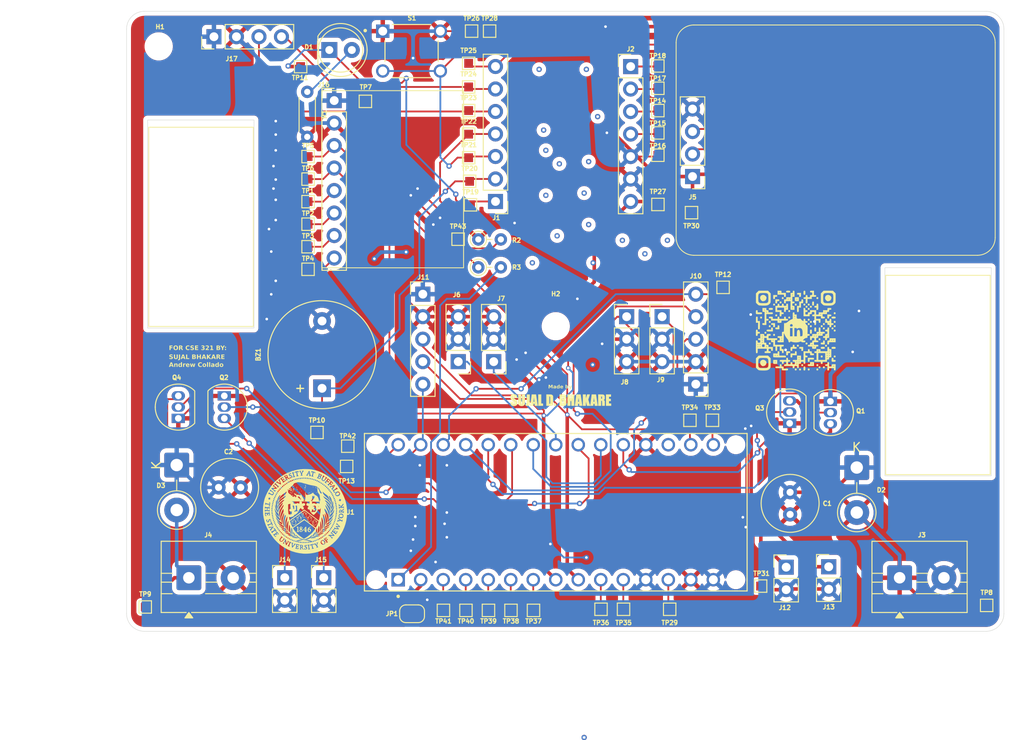
<source format=kicad_pcb>
(kicad_pcb (version 20241229) (generator "pcbnew") (generator_version "9.0")
  (layers (0 "F.Cu" signal) (2 "B.Cu" signal) (13 "F.Paste" user) (15 "B.Paste" user) (5 "F.SilkS" user "F.Silkscreen") (7 "B.SilkS" user "B.Silkscreen") (1 "F.Mask" user) (3 "B.Mask" user) (25 "Edge.Cuts" user))
  (net 0 "")
  (net 1 "GND")
  (net 2 "5V_RAW")
  (net 3 "3V3_RAW")
  (net 4 "D3")
  (net 5 "D1")
  (net 6 "D0")
  (net 7 "SCL_ESP")
  (net 8 "D2")
  (net 9 "TX_ESP")
  (net 10 "SDA_ESP")
  (net 11 "RX_ESP")
  (net 12 "D10")
  (net 13 "D9")
  (net 14 "D8")
  (net 15 "3V3")
  (net 16 "5V")
  (net 17 "PWM1")
  (net 18 "PWM2")
  (net 19 "PWM3")
  (net 20 "PWM4")
  (net 21 "SDA_NANO")
  (net 22 "SCL_NANO")
  (net 23 "XSHUT0")
  (net 24 "XSHUT1")
  (net 25 "Net-(J16-Pin_5)")
  (net 26 "Net-(J16-Pin_8)")
  (net 27 "Net-(J16-Pin_6)")
  (net 28 "Net-(J16-Pin_7)")
  (net 29 "Net-(D1-A)")
  (net 30 "Net-(J12-Pin_1)")
  (net 31 "Net-(J13-Pin_1)")
  (net 32 "Net-(J14-Pin_1)")
  (net 33 "Net-(J15-Pin_1)")
  (net 34 "H_4")
  (net 35 "H_2")
  (net 36 "H_1")
  (net 37 "H_3")
  (net 38 "D_13")
  (net 39 "Net-(JP1-A)")
  (net 40 "Net-(U1-TX)")
  (net 41 "Net-(U1-RX)")
  (net 42 "Net-(U1-A7)")
  (net 43 "Net-(U1-A6)")
  (net 44 "Net-(U1-A3)")
  (net 45 "Net-(U1-A2)")
  (net 46 "Net-(U1-A1)")
  (net 47 "Net-(U1-A0{slash}DAC0)")
  (net 48 "Net-(U1-AREF)")
  (net 49 "Net-(TP29-Pad1)")
  (net 50 "Net-(U1-D12{slash}MISO)")
  (footprint "TestPoint:TestPoint_Pad_1.0x1.0mm" (layer "F.Cu") (at 136.518971 129.3876)
    (property "Reference" "TP39")
    (property "Value" "TestPoint")
  )
  (footprint "MountingHole:MountingHole_2.7mm_M2.5" (layer "F.Cu") (at 99.311971 65.7046)
    (property "Reference" "H1")
    (property "Value" "MountingHole")
  )
  (footprint "TestPoint:TestPoint_Pad_1.0x1.0mm" (layer "F.Cu") (at 155.631971 70.4346)
    (property "Reference" "TP17")
    (property "Value" "TestPoint")
  )
  (footprint "Logos:NAME" (layer "F.Cu") (at 144.653 105.664)
    (property "Reference" "G***" (hide yes))
    (property "Value" "LOGO" (hide yes))
  )
  (footprint "Package_TO_SOT_THT:TO-92_Inline" (layer "F.Cu") (at 175.101971 105.7846 -90)
    (property "Reference" "Q1")
    (property "Value" "2N7000")
  )
  (footprint "TestPoint:TestPoint_Pad_1.0x1.0mm" (layer "F.Cu") (at 134.281971 70.287933)
    (property "Reference" "TP24")
    (property "Value" "TestPoint")
  )
  (footprint "TestPoint:TestPoint_Pad_1.0x1.0mm" (layer "F.Cu") (at 155.631971 72.9546)
    (property "Reference" "TP14")
    (property "Value" "TestPoint")
  )
  (footprint "MountingHole:MountingHole_2.7mm_M2.5" (layer "F.Cu") (at 144.111971 97.3046)
    (property "Reference" "H2")
    (property "Value" "MountingHole")
  )
  (footprint "MountingHole:MountingHole_8.4mm_M8_Pad_TopOnly" (layer "F.Cu") (at 81.651971 92.6946 -90)
    (property "Reference" "M1" (hide yes))
    (property "Value" "Motor_Servo" (hide yes))
  )
  (footprint "Package_TO_SOT_THT:TO-92_Inline" (layer "F.Cu") (at 101.521971 107.7046 90)
    (property "Reference" "Q4")
    (property "Value" "2N7000")
  )
  (footprint "TestPoint:TestPoint_Pad_1.0x1.0mm" (layer "F.Cu") (at 156.965971 129.2606)
    (property "Reference" "TP29")
    (property "Value" "TestPoint")
  )
  (footprint "TestPoint:TestPoint_Pad_1.0x1.0mm" (layer "F.Cu") (at 133.978971 129.3876)
    (property "Reference" "TP40")
    (property "Value" "TestPoint")
  )
  (footprint "Diode_THT:D_5W_P5.08mm_Vertical_KathodeUp" (layer "F.Cu") (at 178.075971 113.2586 -90)
    (property "Reference" "D2")
    (property "Value" "D_Schottky")
  )
  (footprint "Resistor_THT:R_Axial_DIN0204_L3.6mm_D1.6mm_P5.08mm_Horizontal" (layer "F.Cu") (at 116.071971 70.8406 -90)
    (property "Reference" "R1")
    (property "Value" "330 ohm")
  )
  (footprint "TestPoint:TestPoint_Pad_1.0x1.0mm" (layer "F.Cu") (at 151.758971 129.2606)
    (property "Reference" "TP35")
    (property "Value" "TestPoint")
  )
  (footprint "TerminalBlock:TerminalBlock_MaiXu_MX126-5.0-02P_1x02_P5.00mm" (layer "F.Cu") (at 182.911971 125.7046)
    (property "Reference" "J3")
    (property "Value" "Screw_Terminal_01x02")
  )
  (footprint "TestPoint:TestPoint_Pad_1.0x1.0mm" (layer "F.Cu") (at 155.631971 77.9946)
    (property "Reference" "TP16")
    (property "Value" "TestPoint")
  )
  (footprint "Tactile button:SW_1825967-2" (layer "F.Cu") (at 127.841971 66.2346)
    (property "Reference" "S1")
    (property "Value" "1825967-2")
  )
  (footprint "Buzzer_Beeper:Buzzer_12x9.5RM7.6" (layer "F.Cu") (at 117.741971 104.3146 90)
    (property "Reference" "BZ1")
    (property "Value" "Buzzer")
  )
  (footprint "TestPoint:TestPoint_Pad_1.0x1.0mm" (layer "F.Cu") (at 162.991971 92.9146)
    (property "Reference" "TP12")
    (property "Value" "TestPoint")
  )
  (footprint "TestPoint:TestPoint_Pad_1.0x1.0mm" (layer "F.Cu") (at 117.171971 109.2946)
    (property "Reference" "TP10")
    (property "Value" "TestPoint")
  )
  (footprint "Diode_THT:D_5W_P5.08mm_Vertical_KathodeUp" (layer "F.Cu") (at 101.339971 112.97865 -90)
    (property "Reference" "D3")
    (property "Value" "D_Schottky")
  )
  (footprint "TestPoint:TestPoint_Pad_1.0x1.0mm" (layer "F.Cu") (at 141.598971 129.3876)
    (property "Reference" "TP37")
    (property "Value" "TestPoint")
  )
  (footprint "Nano ABX00028:MODULE_ABX00028" (layer "F.Cu") (at 144.111971 118.3046)
    (property "Reference" "U1")
    (property "Value" "ABX00028")
  )
  (footprint "TestPoint:TestPoint_Pad_1.0x1.0mm" (layer "F.Cu") (at 161.791971 107.9246)
    (property "Reference" "TP33")
    (property "Value" "TestPoint")
  )
  (footprint "Connector_PinHeader_2.54mm:PinHeader_1x07_P2.54mm_Vertical" (layer "F.Cu") (at 152.561971 67.9846)
    (property "Reference" "J2")
    (property "Value" "Conn_01x07_Socket")
  )
  (footprint "Connector_PinHeader_2.54mm:PinHeader_1x02_P2.54mm_Vertical" (layer "F.Cu") (at 113.531971 125.6996)
    (property "Reference" "J14")
    (property "Value" "Conn_01x02_Pin")
  )
  (footprint "TestPoint:TestPoint_Pad_1.0x1.0mm" (layer "F.Cu") (at 97.791971 129.0046)
    (property "Reference" "TP9")
    (property "Value" "TestPoint")
  )
  (footprint "TestPoint:TestPoint_Pad_1.0x1.0mm" (layer "F.Cu") (at 192.731971 128.8246)
    (property "Reference" "TP8")
    (property "Value" "TestPoint")
  )
  (footprint "Connector_PinHeader_2.54mm:PinHeader_1x08_P2.54mm_Vertical" (layer "F.Cu") (at 119.111971 71.8246)
    (property "Reference" "J16")
    (property "Value" "Conn_01x08_Socket")
  )
  (footprint "Connector_PinHeader_2.54mm:PinHeader_1x03_P2.54mm_Vertical" (layer "F.Cu") (at 137.111971 101.3046 180)
    (property "Reference" "J7")
    (property "Value" "Conn_01x03_Pin")
  )
  (footprint "TestPoint:TestPoint_Pad_1.0x1.0mm" (layer "F.Cu") (at 134.491971 83.5946)
    (property "Reference" "TP19")
    (property "Value" "TestPoint")
  )
  (footprint "Connector_PinHeader_2.54mm:PinHeader_1x04_P2.54mm_Vertical" (layer "F.Cu") (at 105.541971 64.6146 90)
    (property "Reference" "J17")
    (property "Value" "Conn_01x04_Socket")
  )
  (footprint "TestPoint:TestPoint_Pad_1.0x1.0mm" (layer "F.Cu") (at 116.161971 88.3286)
    (property "Reference" "TP3")
    (property "Value" "TestPoint")
  )
  (footprint "TestPoint:TestPoint_Pad_1.0x1.0mm" (layer "F.Cu") (at 134.391971 80.941267)
    (property "Reference" "TP20")
    (property "Value" "TestPoint")
  )
  (footprint "TestPoint:TestPoint_Pad_1.0x1.0mm" (layer "F.Cu") (at 134.281971 72.951267)
    (property "Reference" "TP23")
    (property "Value" "TestPoint")
  )
  (footprint "Logos:linkedin" (layer "F.Cu") (at 171.196 97.79)
    (property "Reference" "G***" (hide yes))
    (property "Value" "LOGO" (hide yes))
  )
  (footprint "TestPoint:TestPoint_Pad_1.0x1.0mm" (layer "F.Cu") (at 155.631971 67.9146)
    (property "Reference" "TP18")
    (property "Value" "TestPoint")
  )
  (footprint "TestPoint:TestPoint_Pad_1.0x1.0mm" (layer "F.Cu") (at 159.251971 107.9246)
    (property "Reference" "TP34")
    (property "Value" "TestPoint")
  )
  (footprint "TestPoint:TestPoint_Pad_1.0x1.0mm" (layer "F.Cu") (at 136.645971 63.9826)
    (property "Reference" "TP28")
    (property "Value" "TestPoint")
  )
  (footprint "LED_THT:LED_D5.0mm" (layer "F.Cu") (at 118.561971 66.1146)
    (property "Reference" "D1")
    (property "Value" "LED")
  )
  (footprint "Connector_PinHeader_2.54mm:PinHeader_1x07_P2.54mm_Vertical" (layer "F.Cu") (at 137.311971 83.2166 180)
    (property "Reference" "J1")
    (property "Value" "Conn_01x07_Socket")
  )
  (footprint "TestPoint:TestPoint_Pad_1.0x1.0mm" (layer "F.Cu") (at 155.641971 83.5546)
    (property "Reference" "TP27")
    (property "Value" "TestPoint")
  )
  (footprint "TestPoint:TestPoint_Pad_1.0x1.0mm" (layer "F.Cu") (at 167.227571 126.6444)
    (property "Reference" "TP31")
    (property "Value" "TestPoint")
  )
  (footprint "TestPoint:TestPoint_Pad_1.0x1.0mm" (layer "F.Cu") (at 134.281971 67.6246)
    (property "Reference" "TP25")
    (property "Value" "TestPoint")
  )
  (footprint "Resistor_THT:R_Axial_DIN0204_L3.6mm_D1.6mm_P2.54mm_Vertical" (layer "F.Cu") (at 135.375971 87.5026)
    (property "Reference" "R2")
    (property "Value" "R")
  )
  (footprint "Resistor_THT:R_Axial_DIN0204_L3.6mm_D1.6mm_P2.54mm_Vertical" (layer "F.Cu") (at 135.375971 90.6526)
    (property "Reference" "R3")
    (property "Value" "R")
  )
  (footprint "Connector_PinHeader_2.54mm:PinHeader_1x02_P2.54mm_Vertical" (layer "F.Cu") (at 117.931971 125.6996)
    (property "Reference" "J15")
    (property "Value" "Conn_01x02_Pin")
  )
  (footprint "TestPoint:TestPoint_Pad_1.0x1.0mm" (layer "F.Cu") (at 139.058971 129.3876)
    (property "Reference" "TP38")
    (property "Value" "TestPoint")
  )
  (footprint "TestPoint:TestPoint_Pad_1.0x1.0mm" (layer "F.Cu") (at 116.161971 80.6906)
    (property "Reference" "TP6")
    (property "Value" "TestPoint")
  )
  (footprint "TestPoint:TestPoint_Pad_1.0x1.0mm" (layer "F.Cu") (at 120.516971 113.1316)
    (property "Reference" "TP13")
    (property "Value" "TestPoint")
  )
  (footprint "TestPoint:TestPoint_Pad_1.0x1.0mm" (layer "F.Cu") (at 155.631971 75.4746)
    (property "Reference" "TP15")
    (property "Value" "TestPoint")
  )
  (footprint "TestPoint:TestPoint_Pad_1.0x1.0mm" (layer "F.Cu") (at 120.643971 110.8456)
    (property "Reference" "TP42")
    (property "Value" "TestPoint")
  )
  (footprint "Connector_PinHeader_2.54mm:PinHeader_1x03_P2.54mm_Vertical" (layer "F.Cu") (at 133.111971 101.3046 180)
    (property "Reference" "J6")
    (property "Value" "Conn_01x03_Pin")
  )
  (footprint "TestPoint:TestPoint_Pad_1.0x1.0mm" (layer "F.Cu") (at 133.089971 87.4776)
    (property "Reference" "TP43")
    (property "Value" "TestPoint")
  )
  (footprint "TestPoint:TestPoint_Pad_1.0x1.0mm" (layer "F.Cu") (at 159.429771 84.4804)
    (property "Reference" "TP30")
    (property "Value" "TestPoint")
  )
  (footprint "TestPoint:TestPoint_Pad_1.0x1.0mm" (layer "F.Cu") (at 134.281971 78.277933)
    (property "Reference" "TP21")
    (property "Value" "TestPoint")
  )
  (footprint "TestPoint:TestPoint_Pad_1.0x1.0mm" (layer "F.Cu") (at 134.281971 75.6146)
    (property "Reference" "TP22")
    (property "Value" "TestPoint")
  )
  (footprint "Connector_PinHeader_2.54mm:PinHeader_1x03_P2.54mm_Vertical" (layer "F.Cu") (at 156.111971 96.2246)
    (property "Reference" "J9")
    (property "Value" "Conn_01x03_Pin")
  )
  (footprint "TestPoint:TestPoint_Pad_1.0x1.0mm" (layer "F.Cu") (at 131.438971 129.3876)
    (property "Reference" "TP41")
    (property "Value" "TestPoint")
  )
  (footprint "Connector_PinHeader_2.54mm:PinHeader_1x05_P2.54mm_Vertical" (layer "F.Cu") (at 129.111971 93.6846)
    (property "Reference" "J11")
    (property "Value" "Conn_01x05_Pin")
  )
  (footprint "MountingHole:MountingHole_8.4mm_M8_Pad_TopOnly" (layer "F.Cu") (at 164.801971 109.4146 -90)
    (property "Reference" "M1" (hide yes))
    (property "Value" "Motor_Servo" (hide yes))
  )
  (footprint "TestPoint:TestPoint_Pad_1.0x1.0mm" (layer "F.Cu") (at 149.218971 129.2606)
    (property "Reference" "TP36")
    (property "Value" "TestPoint")
  )
  (footprint "TestPoint:TestPoint_Pad_1.0x1.0mm" (layer "F.Cu") (at 116.161971 90.8746)
    (property "Reference" "TP4")
    (property "Value" "TestPoint")
  )
  (footprint "TestPoint:TestPoint_Pad_1.0x1.0mm" (layer "F.Cu") (at 116.161971 83.2366)
    (property "Reference" "TP1")
    (property "Value" "TestPoint")
  )
  (footprint "TestPoint:TestPoint_Pad_1.0x1.0mm" (layer "F.Cu") (at 116.161971 85.7826)
    (property "Reference" "TP2")
    (property "Value" "TestPoint")
  )
  (footprint "Package_TO_SOT_THT:TO-92_Inline" (layer "F.Cu") (at 170.501971 108.2646 90)
    (property "Reference" "Q3")
    (property "Value" "2N7000")
  )
  (footprint "TestPoint:TestPoint_Pad_1.0x1.0mm" (layer "F.Cu") (at 115.321971 67.9846)
    (property "Reference" "TP11")
    (property "Value" "TestPoint")
  )
  (footprint "TerminalBlock:TerminalBlock_MaiXu_MX126-5.0-02P_1x02_P5.00mm" (layer "F.Cu") (at 102.711971 125.7046)
    (property "Reference" "J4")
    (property "Value" "Screw_Terminal_01x02")
  )
  (footprint "Capacitor_THT:C_Radial_D6.3mm_H11.0mm_P2.50mm" (layer "F.Cu") (at 106.061971 115.5046)
    (property "Reference" "C2")
    (property "Value" "C_US")
  )
  (footprint "TestPoint:TestPoint_Pad_1.0x1.0mm" (layer "F.Cu") (at 134.613971 63.9826)
    (property "Reference" "TP26")
    (property "Value" "TestPoint")
  )
  (footprint "Capacitor_THT:C_Radial_D6.3mm_H5.0mm_P2.50mm" (layer "F.Cu") (at 170.554971 116.0526 -90)
    (property "Reference" "C1")
    (property "Value" "C_US")
  )
  (footprint "Connector_PinHeader_2.54mm:PinHeader_1x03_P2.54mm_Vertical" (layer "F.Cu") (at 152.111971 96.2246)
    (property "Reference" "J8")
    (property "Value" "Conn_01x03_Pin")
  )
  (footprint "TestPoint:TestPoint_Pad_1.0x1.0mm" (layer "F.Cu") (at 116.161971 78.1446)
    (property "Reference" "TP5")
    (property "Value" "TestPoint")
  )
  (footprint "Jumper:SolderJumper-2_P1.3mm_Open_RoundedPad1.0x1.5mm" (layer "F.Cu") (at 127.897971 129.7686)
    (property "Reference" "JP1")
    (property "Value" "SolderJumper_2_Open")
  )
  (footprint "Logos:small_straight" (layer "F.Cu") (at 115.7224 118.0338)
    (property "Reference" "G***")
    (property "Value" "LOGO" (hide yes))
  )
  (footprint "Connector_PinHeader_2.54mm:PinHeader_1x02_P2.54mm_Vertical" (layer "F.Cu") (at 174.911971 124.4621)
    (property "Reference" "J13")
    (property "Value" "Conn_01x02_Pin")
  )
  (footprint "TestPoint:TestPoint_Pad_1.0x1.0mm" (layer "F.Cu") (at 122.631971 71.9146)
    (property "Reference" "TP7")
    (property "Value" "TestPoint")
  )
  (footprint "Package_TO_SOT_THT:TO-92_Inline" (layer "F.Cu") (at 106.711971 105.1646 -90)
    (property "Reference" "Q2")
    (property "Value" "2N7000")
  )
  (footprint "Connector_PinHeader_2.54mm:PinHeader_1x02_P2.54mm_Vertical" (layer "F.Cu") (at 170.111971 124.5108)
    (property "Reference" "J12")
    (property "Value" "Conn_01x02_Pin")
  )
  (footprint "Connector_PinHeader_2.54mm:PinHeader_1x05_P2.54mm_Vertical" (layer "F.Cu") (at 159.911971 103.8446 180)
    (property "Reference" "J10")
    (property "Value" "Conn_01x05_Pin")
  )
  (footprint "Connector_PinHeader_2.54mm:PinHeader_1x04_P2.54mm_Vertical" (layer "F.Cu") (at 159.545757 80.400386 180)
    (property "Reference" "J5")
    (property "Value" "Conn_01x04_Socket")
  )
  (gr_arc (start 159.697757 89.290386) (mid 158.283557 88.704594) (end 157.697757 87.290386) (stroke (width 0.1)) (layer "F.SilkS"))
  (gr_line (start 191.697757 89.290386) (end 159.697757 89.290386) (stroke (width 0.1)) (layer "F.SilkS"))
  (gr_line (start 157.697757 87.290386) (end 157.697757 65.290386) (stroke (width 0.1)) (layer "F.SilkS"))
  (gr_rect (start 117.711971 70.7046) (end 133.711971 90.7046) (stroke (width 0.1)) (fill no) (layer "F.SilkS"))
  (gr_arc (start 157.697757 65.290386) (mid 158.283548 63.876177) (end 159.697757 63.290386) (stroke (width 0.1)) (layer "F.SilkS"))
  (gr_arc (start 191.697757 63.290386) (mid 193.111985 63.876167) (end 193.697757 65.290386) (stroke (width 0.1)) (layer "F.SilkS"))
  (gr_line (start 193.697757 65.290386) (end 193.697757 87.290386) (stroke (width 0.1)) (layer "F.SilkS"))
  (gr_arc (start 193.697757 87.290386) (mid 193.111975 88.704604) (end 191.697757 89.290386) (stroke (width 0.1)) (layer "F.SilkS"))
  (gr_line (start 159.697757 63.290386) (end 191.697757 63.290386) (stroke (width 0.1)) (layer "F.SilkS"))
  (gr_line (start 95.681971 129.7486) (end 95.681971 63.7486) (stroke (width 0.05)) (layer "Edge.Cuts"))
  (gr_arc (start 97.681971 131.7486) (mid 96.267757 131.162814) (end 95.681971 129.7486) (stroke (width 0.05)) (layer "Edge.Cuts"))
  (gr_line (start 192.681971 131.7486) (end 97.681971 131.7486) (stroke (width 0.05)) (layer "Edge.Cuts"))
  (gr_arc (start 95.681971 63.7486) (mid 96.267757 62.334386) (end 97.681971 61.7486) (stroke (width 0.05)) (layer "Edge.Cuts"))
  (gr_rect (start 98.061971 74.0146) (end 110.061971 97.5146) (stroke (width 0.05)) (fill no) (layer "Edge.Cuts"))
  (gr_arc (start 192.681971 61.7486) (mid 194.096185 62.334386) (end 194.681971 63.7486) (stroke (width 0.05)) (layer "Edge.Cuts"))
  (gr_line (start 97.681971 61.7486) (end 192.681971 61.7486) (stroke (width 0.05)) (layer "Edge.Cuts"))
  (gr_rect (start 181.251971 90.6946) (end 193.251971 114.1946) (stroke (width 0.05)) (fill no) (layer "Edge.Cuts"))
  (gr_arc (start 194.681971 129.7486) (mid 194.096185 131.162814) (end 192.681971 131.7486) (stroke (width 0.05)) (layer "Edge.Cuts"))
  (gr_line (start 194.681971 63.7486) (end 194.681971 129.7486) (stroke (width 0.05)) (layer "Edge.Cuts"))
  (gr_text "Made by" (at 143.256 104.394 0) (layer "F.SilkS") (effects (font (size 0.4 0.4) (thickness 0.1) (bold yes)) (justify left bottom)))
  (gr_text "FOR CSE 321 BY:" (at 100.457 100.076 0) (layer "F.SilkS") (effects (font (size 0.5 0.5) (thickness 0.125) (bold yes)) (justify left bottom)))
  (gr_text "Andrew Collado" (at 100.457 101.981 0) (layer "F.SilkS") (effects (font (size 0.5 0.5) (thickness 0.125) (bold yes)) (justify left bottom)))
  (gr_text "SUJAL BHAKARE" (at 100.457 101.092 0) (layer "F.SilkS") (effects (font (size 0.5 0.5) (thickness 0.125) (bold yes)) (justify left bottom)))
  (via (at 144.265971 87.0966) (size 0.6) (drill 0.3) (layers "F.Cu" "B.Cu") (net 0))
  (via (at 154.171971 89.1286) (size 0.6) (drill 0.3) (layers "F.Cu" "B.Cu") (net 0))
  (via (at 148.837971 73.6346) (size 0.6) (drill 0.3) (layers "F.Cu" "B.Cu") (net 0))
  (via (at 147.821971 85.8266) (size 0.6) (drill 0.3) (layers "F.Cu" "B.Cu") (net 0))
  (via (at 142.995971 77.4446) (size 0.6) (drill 0.3) (layers "F.Cu" "B.Cu") (net 0))
  (via (at 142.233971 68.3006) (size 0.6) (drill 0.3) (layers "F.Cu" "B.Cu") (net 0))
  (via (at 142.741971 75.1586) (size 0.6) (drill 0.3) (layers "F.Cu" "B.Cu") (net 0))
  (via (at 141.471971 90.1446) (size 0.6) (drill 0.3) (layers "F.Cu" "B.Cu") (net 0))
  (via (at 151.631971 87.6046) (size 0.6) (drill 0.3) (layers "F.Cu" "B.Cu") (net 0))
  (via (at 142.995971 82.5246) (size 0.6) (drill 0.3) (layers "F.Cu" "B.Cu") (net 0))
  (via (at 147.567971 68.3006) (size 0.6) (drill 0.3) (layers "F.Cu" "B.Cu") (net 0))
  (via (at 147.313971 82.2706) (size 0.6) (drill 0.3) (layers "F.Cu" "B.Cu") (net 0))
  (via (at 144.519971 78.9686) (size 0.6) (drill 0.3) (layers "F.Cu" "B.Cu") (net 0))
  (via (at 147.821971 78.7146) (size 0.6) (drill 0.3) (layers "F.Cu" "B.Cu") (net 0))
  (via (at 147.313971 143.7386) (size 0.6) (drill 0.3) (layers "F.Cu" "B.Cu") (net 0))
  (via (at 156.711971 87.6046) (size 0.6) (drill 0.3) (layers "F.Cu" "B.Cu") (net 0))
  (segment (start 134.613971 63.9826) (end 134.359971 63.9826) (width 0.2) (layer "F.Cu") (net 1))
  (segment (start 128.771971 113.0046) (end 131.819971 113.0046) (width 0.2) (layer "F.Cu") (net 1))
  (segment (start 137.111971 96.2246) (end 133.111971 96.2246) (width 0.4) (layer "F.Cu") (net 1))
  (segment (start 128.517971 119.6086) (end 128.263971 119.8626) (width 0.2) (layer "F.Cu") (net 1))
  (segment (start 134.359971 63.9826) (end 134.357971 63.9846) (width 0.2) (layer "F.Cu") (net 1))
  (segment (start 135.375971 87.5026) (end 137.229771 85.6488) (width 0.4) (layer "F.Cu") (net 1))
  (segment (start 127.197171 88.9254) (end 127.222571 88.9) (width 0.4) (layer "F.Cu") (net 1))
  (segment (start 137.229771 85.6488) (end 139.465371 85.6488) (width 0.4) (layer "F.Cu") (net 1))
  (segment (start 129.111971 96.2246) (end 133.111971 96.2246) (width 0.4) (layer "F.Cu") (net 1))
  (segment (start 131.565971 119.6086) (end 128.517971 119.6086) (width 0.2) (layer "F.Cu") (net 1))
  (segment (start 131.819971 121.1326) (end 128.263971 121.1326) (width 0.2) (layer "F.Cu") (net 1))
  (segment (start 128.771971 118.3386) (end 128.263971 118.8466) (width 0.2) (layer "F.Cu") (net 1))
  (segment (start 101.521971 107.7046) (end 101.746971 107.7046) (width 0.2) (layer "F.Cu") (net 1))
  (segment (start 130.549971 123.9266) (end 129.025971 123.9266) (width 0.2) (layer "F.Cu") (net 1))
  (segment (start 139.465371 85.6488) (end 139.490771 85.6488) (width 0.4) (layer "F.Cu") (net 1))
  (segment (start 101.746971 107.7046) (end 104.286971 105.1646) (width 0.2) (layer "F.Cu") (net 1))
  (segment (start 129.025971 123.9266) (end 127.755971 122.6566) (width 0.2) (layer "F.Cu") (net 1))
  (segment (start 127.197171 94.3098) (end 127.197171 88.9254) (width 0.4) (layer "F.Cu") (net 1))
  (segment (start 129.111971 96.2246) (end 127.197171 94.3098) (width 0.4) (layer "F.Cu") (net 1))
  (segment (start 104.286971 105.1646) (end 106.711971 105.1646) (width 0.2) (layer "F.Cu") (net 1))
  (segment (start 134.357971 63.9846) (end 131.091971 63.9846) (width 0.2) (layer "F.Cu") (net 1))
  (segment (start 131.819971 118.3386) (end 128.771971 118.3386) (width 0.2) (layer "F.Cu") (net 1))
  (segment (start 128.263971 121.1326) (end 128.009971 121.3866) (width 0.2) (layer "F.Cu") (net 1))
  (segment (start 106.711971 105.1646) (end 106.976533 105.1646) (width 0.4) (layer "F.Cu") (net 1))
  (via (at 128.263971 118.8466) (size 0.6) (drill 0.3) (layers "F.Cu" "B.Cu") (net 1))
  (via (at 112.515971 92.1766) (size 0.6) (drill 0.3) (layers "F.Cu" "B.Cu") (net 1))
  (via (at 147.567971 123.4186) (size 0.6) (drill 0.3) (layers "F.Cu" "B.Cu") (net 1))
  (via (at 128.009971 67.0306) (size 0.6) (drill 0.3) (layers "F.Cu" "B.Cu") (net 1))
  (via (at 128.263971 119.8626) (size 0.6) (drill 0.3) (layers "F.Cu" "B.Cu") (net 1))
  (via (at 111.753971 86.3346) (size 0.6) (drill 0.3) (layers "F.Cu" "B.Cu") (net 1))
  (via (at 131.819971 121.1326) (size 0.6) (drill 0.3) (layers "F.Cu" "B.Cu") (net 1))
  (via (at 173.298171 96.774) (size 0.6) (drill 0.3) (layers "F.Cu" "B.Cu") (net 1))
  (via (at 112.515971 77.4446) (size 0.6) (drill 0.3) (layers "F.Cu" "B.Cu") (net 1))
  (via (at 131.819971 118.3386) (size 0.6) (drill 0.3) (layers "F.Cu" "B.Cu") (net 1))
  (via (at 170.046971 99.9744) (size 0.6) (drill 0.3) (layers "F.Cu" "B.Cu") (net 1))
  (via (at 128.009971 121.3866) (size 0.6) (drill 0.3) (layers "F.Cu" "B.Cu") (net 1))
  (via (at 130.549971 123.9266) (size 0.6) (drill 0.3) (layers "F.Cu" "B.Cu") (net 1))
  (via (at 166.109971 95.9866) (size 0.6) (drill 0.3) (layers "F.Cu" "B.Cu") (net 1))
  (via (at 139.465371 85.6488) (size 0.6) (drill 0.3) (layers "F.Cu" "B.Cu") (net 1))
  (via (at 127.222571 88.9254) (size 0.6) (drill 0.3) (layers "F.Cu" "B.Cu") (net 1))
  (via (at 148.279171 101.6508) (size 0.6) (drill 0.3) (layers "F.Cu" "B.Cu") (net 1))
  (via (at 131.565971 119.6086) (size 0.6) (drill 0.3) (layers "F.Cu" "B.Cu") (net 1))
  (via (at 112.515971 85.3186) (size 0.6) (drill 0.3) (layers "F.Cu" "B.Cu") (net 1))
  (via (at 128.771971 113.0046) (size 0.6) (drill 0.3) (layers "F.Cu" "B.Cu") (net 1))
  (via (at 112.007971 88.8746) (size 0.6) (drill 0.3) (layers "F.Cu" "B.Cu") (net 1))
  (via (at 123.641171 89.6874) (size 0.6) (drill 0.3) (layers "F.Cu" "B.Cu") (net 1))
  (via (at 112.007971 93.7006) (size 0.6) (drill 0.3) (layers "F.Cu" "B.Cu") (net 1))
  (via (at 112.515971 74.1426) (size 0.6) (drill 0.3) (layers "F.Cu" "B.Cu") (net 1))
  (via (at 111.499971 96.4946) (size 0.6) (drill 0.3) (layers "F.Cu" "B.Cu") (net 1))
  (via (at 131.819971 113.0046) (size 0.6) (drill 0.3) (layers "F.Cu" "B.Cu") (net 1))
  (via (at 112.515971 83.0326) (size 0.6) (drill 0.3) (layers "F.Cu" "B.Cu") (net 1))
  (via (at 112.515971 80.7466) (size 0.6) (drill 0.3) (layers "F.Cu" "B.Cu") (net 1))
  (via (at 143.503971 121.8946) (size 0.6) (drill 0.3) (layers "F.Cu" "B.Cu") (net 1))
  (via (at 178.327371 95.5802) (size 0.6) (drill 0.3) (layers "F.Cu" "B.Cu") (net 1))
  (via (at 112.261971 79.2226) (size 0.6) (drill 0.3) (layers "F.Cu" "B.Cu") (net 1))
  (via (at 112.261971 81.7626) (size 0.6) (drill 0.3) (layers "F.Cu" "B.Cu") (net 1))
  (via (at 177.616171 100.203) (size 0.6) (drill 0.3) (layers "F.Cu" "B.Cu") (net 1))
  (via (at 112.515971 75.6666) (size 0.6) (drill 0.3) (layers "F.Cu" "B.Cu") (net 1))
  (via (at 127.755971 122.6566) (size 0.6) (drill 0.3) (layers "F.Cu" "B.Cu") (net 1))
  (segment (start 170.501971 108.2646) (end 170.276971 108.2646) (width 0.2) (layer "B.Cu") (net 1))
  (segment (start 145.027971 123.4186) (end 143.503971 121.8946) (width 0.2) (layer "B.Cu") (net 1))
  (segment (start 124.403171 88.9254) (end 123.641171 89.6874) (width 0.4) (layer "B.Cu") (net 1))
  (segment (start 175.101971 102.7172) (end 177.616171 100.203) (width 0.4) (layer "B.Cu") (net 1))
  (segment (start 170.501971 108.2646) (end 170.726971 108.2646) (width 0.2) (layer "B.Cu") (net 1))
  (segment (start 119.111971 74.3646) (end 113.817971 74.3646) (width 0.4) (layer "B.Cu") (net 1))
  (segment (start 152.111971 101.3046) (end 156.111971 101.3046) (width 0.4) (layer "B.Cu") (net 1))
  (segment (start 169.450971 100.5704) (end 170.046971 99.9744) (width 0.2) (layer "B.Cu") (net 1))
  (segment (start 156.111971 101.3046) (end 159.911971 101.3046) (width 0.4) (layer "B.Cu") (net 1))
  (segment (start 128.009971 63.9846) (end 131.091971 63.9846) (width 0.4) (layer "B.Cu") (net 1))
  (segment (start 119.111971 74.3646) (end 112.737971 74.3646) (width 0.4) (layer "B.Cu") (net 1))
  (segment (start 170.276971 108.2646) (end 169.450971 107.4386) (width 0.2) (layer "B.Cu") (net 1))
  (segment (start 112.515971 69.0486) (end 112.515971 74.1426) (width 0.4) (layer "B.Cu") (net 1))
  (segment (start 108.081971 64.6146) (end 112.515971 69.0486) (width 0.4) (layer "B.Cu") (net 1))
  (segment (start 128.009971 63.9846) (end 128.009971 67.0306) (width 0.4) (layer "B.Cu") (net 1))
  (segment (start 175.101971 105.7846) (end 175.101971 102.7172) (width 0.4) (layer "B.Cu") (net 1))
  (segment (start 112.737971 74.3646) (end 112.515971 74.1426) (width 0.4) (layer "B.Cu") (net 1))
  (segment (start 169.450971 107.4386) (end 169.450971 100.5704) (width 0.2) (layer "B.Cu") (net 1))
  (segment (start 147.567971 123.4186) (end 145.027971 123.4186) (width 0.2) (layer "B.Cu") (net 1))
  (segment (start 113.817971 74.3646) (end 112.515971 75.6666) (width 0.4) (layer "B.Cu") (net 1))
  (segment (start 127.222571 88.9254) (end 124.403171 88.9254) (width 0.4) (layer "B.Cu") (net 1))
  (segment (start 124.591971 63.9846) (end 128.009971 63.9846) (width 0.4) (layer "B.Cu") (net 1))
  (segment (start 186.031971 128.8246) (end 192.731971 128.8246) (width 0.4) (layer "F.Cu") (net 2))
  (segment (start 182.911971 125.7046) (end 186.031971 128.8246) (width 0.4) (layer "F.Cu") (net 2))
  (segment (start 182.911971 123.1746) (end 178.075971 118.3386) (width 0.4) (layer "B.Cu") (net 2))
  (segment (start 182.911971 125.7046) (end 182.911971 123.1746) (width 0.4) (layer "B.Cu") (net 2))
  (segment (start 102.711971 125.7046) (end 101.091971 125.7046) (width 0.4) (layer "F.Cu") (net 3))
  (segment (start 101.091971 125.7046) (end 97.791971 129.0046) (width 0.4) (layer "F.Cu") (net 3))
  (segment (start 101.339971 118.05865) (end 101.339971 124.3326) (width 0.4) (layer "B.Cu") (net 3))
  (segment (start 101.339971 124.3326) (end 102.711971 125.7046) (width 0.4) (layer "B.Cu") (net 3))
  (segment (start 137.915971 87.5026) (end 136.914971 88.5036) (width 0.2) (layer "F.Cu") (net 4))
  (segment (start 136.914971 88.5036) (end 134.115971 88.5036) (width 0.2) (layer "F.Cu") (net 4))
  (segment (start 135.375971 90.6526) (end 133.089971 88.3666) (width 0.2) (layer "F.Cu") (net 4))
  (segment (start 134.281971 75.6146) (end 131.057971 78.8386) (width 0.2) (layer "F.Cu") (net 4))
  (segment (start 134.115971 88.5036) (end 133.089971 87.4776) (width 0.2) (layer "F.Cu") (net 4))
  (segment (start 131.057971 83.1596) (end 133.089971 85.1916) (width 0.2) (layer "F.Cu") (net 4))
  (segment (start 134.299971 75.5966) (end 134.281971 75.6146) (width 0.2) (layer "F.Cu") (net 4))
  (segment (start 133.089971 85.1916) (end 133.089971 87.4776) (width 0.2) (layer "F.Cu") (net 4))
  (segment (start 131.057971 78.8386) (end 131.057971 83.1596) (width 0.2) (layer "F.Cu") (net 4))
  (segment (start 137.915971 88.1126) (end 137.915971 87.5026) (width 0.2) (layer "F.Cu") (net 4))
  (segment (start 133.089971 88.3666) (end 133.089971 87.4776) (width 0.2) (layer "F.Cu") (net 4))
  (segment (start 137.311971 75.5966) (end 134.299971 75.5966) (width 0.2) (layer "F.Cu") (net 4))
  (segment (start 117.741971 104.3146) (end 117.741971 108.7246) (width 0.2) (layer "F.Cu") (net 5))
  (segment (start 132.768304 80.941267) (end 134.391971 80.941267) (width 0.2) (layer "F.Cu") (net 5))
  (segment (start 131.657971 82.0516) (end 132.768304 80.941267) (width 0.2) (layer "F.Cu") (net 5))
  (segment (start 137.311971 80.6766) (end 134.656638 80.6766) (width 0.2) (layer "F.Cu") (net 5))
  (segment (start 117.741971 108.7246) (end 117.171971 109.2946) (width 0.2) (layer "F.Cu") (net 5))
  (segment (start 134.656638 80.6766) (end 134.391971 80.941267) (width 0.2) (layer "F.Cu") (net 5))
  (segment (start 131.657971 82.0801) (end 131.657971 82.0516) (width 0.2) (layer "F.Cu") (net 5))
  (via (at 131.657971 82.0801) (size 0.6) (drill 0.3) (layers "F.Cu" "B.Cu") (net 5))
  (segment (start 119.808971 104.3146) (end 117.741971 104.3146) (width 0.2) (layer "B.Cu") (net 5))
  (segment (start 128.721171 91.567) (end 126.485971 93.8022) (width 0.2) (layer "B.Cu") (net 5))
  (segment (start 126.485971 97.6376) (end 119.808971 104.3146) (width 0.2) (layer "B.Cu") (net 5))
  (segment (start 131.657971 82.0801) (end 128.721171 85.0169) (width 0.2) (layer "B.Cu") (net 5))
  (segment (start 128.721171 85.0169) (end 128.721171 91.567) (width 0.2) (layer "B.Cu") (net 5))
  (segment (start 126.485971 93.8022) (end 126.485971 97.6376) (width 0.2) (layer "B.Cu") (net 5))
  (segment (start 133.397971 83.5946) (end 134.491971 83.5946) (width 0.2) (layer "F.Cu") (net 6))
  (segment (start 137.311971 83.2166) (end 134.869971 83.2166) (width 0.2) (layer "F.Cu") (net 6))
  (segment (start 122.271971 69.8246) (end 126.739971 69.8246) (width 0.2) (layer "F.Cu") (net 6))
  (segment (start 132.835971 82.3976) (end 132.835971 83.0326) (width 0.2) (layer "F.Cu") (net 6))
  (segment (start 132.835971 83.0326) (end 133.397971 83.5946) (width 0.2) (layer "F.Cu") (net 6))
  (segment (start 118.561971 66.1146) (end 122.271971 69.8246) (width 0.2) (layer "F.Cu") (net 6))
  (segment (start 134.869971 83.2166) (end 134.491971 83.5946) (width 0.2) (layer "F.Cu") (net 6))
  (segment (start 126.739971 69.8246) (end 127.247971 69.3166) (width 0.2) (layer "F.Cu") (net 6))
  (segment (start 115.321971 67.9846) (end 113.977971 67.9846) (width 0.4) (layer "F.Cu") (net 6))
  (segment (start 113.977971 67.9846) (end 113.912971 67.9196) (width 0.4) (layer "F.Cu") (net 6))
  (via (at 127.247971 69.3166) (size 0.6) (drill 0.3) (layers "F.Cu" "B.Cu") (net 6))
  (via (at 113.912971 67.9196) (size 0.6) (drill 0.3) (layers "F.Cu" "B.Cu") (net 6))
  (via (at 132.835971 82.3976) (size 0.6) (drill 0.3) (layers "F.Cu" "B.Cu") (net 6))
  (segment (start 118.561971 66.1146) (end 115.717971 66.1146) (width 0.2) (layer "B.Cu") (net 6))
  (segment (start 132.825414 82.3976) (end 132.835971 82.3976) (width 0.2) (layer "B.Cu") (net 6))
  (segment (start 127.247971 69.3166) (end 127.247971 76.820157) (width 0.2) (layer "B.Cu") (net 6))
  (segment (start 115.717971 66.1146) (end 113.912971 67.9196) (width 0.2) (layer "B.Cu") (net 6))
  (segment (start 127.247971 76.820157) (end 132.825414 82.3976) (width 0.2) (layer "B.Cu") (net 6))
  (segment (start 134.281971 70.287933) (end 119.227304 70.287933) (width 0.2) (layer "F.Cu") (net 7))
  (segment (start 113.553971 64.6146) (end 113.161971 64.6146) (width 0.2) (layer "F.Cu") (net 7))
  (segment (start 137.311971 70.5166) (end 134.510638 70.5166) (width 0.2) (layer "F.Cu") (net 7))
  (segment (start 134.510638 70.5166) (end 134.281971 70.287933) (width 0.2) (layer "F.Cu") (net 7))
  (segment (start 119.227304 70.287933) (end 113.553971 64.6146) (width 0.2) (layer "F.Cu") (net 7))
  (segment (start 134.281971 78.277933) (end 134.270805 78.266767) (width 0.2) (layer "F.Cu") (net 8))
  (segment (start 133.029804 78.266767) (end 132.073971 79.2226) (width 0.2) (layer "F.Cu") (net 8))
  (segment (start 134.270805 78.266767) (end 133.029804 78.266767) (width 0.2) (layer "F.Cu") (net 8))
  (segment (start 137.311971 78.1366) (end 134.423304 78.1366) (width 0.2) (layer "F.Cu") (net 8))
  (segment (start 136.645971 63.9826) (end 133.804971 66.8236) (width 0.2) (layer "F.Cu") (net 8))
  (segment (start 133.804971 66.8236) (end 132.752971 66.8236) (width 0.2) (layer "F.Cu") (net 8))
  (segment (start 132.752971 66.8236) (end 131.091971 68.4846) (width 0.2) (layer "F.Cu") (net 8))
  (segment (start 134.423304 78.1366) (end 134.281971 78.277933) (width 0.2) (layer "F.Cu") (net 8))
  (via (at 132.073971 79.2226) (size 0.6) (drill 0.3) (layers "F.Cu" "B.Cu") (net 8))
  (segment (start 131.091971 78.2406) (end 131.091971 68.4846) (width 0.2) (layer "B.Cu") (net 8))
  (segment (start 132.073971 79.2226) (end 131.091971 78.2406) (width 0.2) (layer "B.Cu") (net 8))
  (segment (start 124.591971 68.4846) (end 131.091971 68.4846) (width 0.2) (layer "B.Cu") (net 8))
  (segment (start 137.311971 67.9766) (end 134.633971 67.9766) (width 0.2) (layer "F.Cu") (net 9))
  (segment (start 160.088543 77.3176) (end 159.545757 77.860386) (width 0.2) (layer "F.Cu") (net 9))
  (segment (start 139.781971 65.5066) (end 161.283971 65.5066) (width 0.2) (layer "F.Cu") (net 9))
  (segment (start 165.728971 74.7776) (end 163.188971 77.3176) (width 0.2) (layer "F.Cu") (net 9))
  (segment (start 165.728971 69.9516) (end 165.728971 74.7776) (width 0.2) (layer "F.Cu") (net 9))
  (segment (start 137.311971 67.9766) (end 139.781971 65.5066) (width 0.2) (layer "F.Cu") (net 9))
  (segment (start 134.633971 67.9766) (end 134.281971 67.6246) (width 0.2) (layer "F.Cu") (net 9))
  (segment (start 163.188971 77.3176) (end 160.088543 77.3176) (width 0.2) (layer "F.Cu") (net 9))
  (segment (start 161.283971 65.5066) (end 165.728971 69.9516) (width 0.2) (layer "F.Cu") (net 9))
  (segment (start 110.621971 69.0736) (end 110.621971 64.6146) (width 0.2) (layer "F.Cu") (net 10))
  (segment (start 114.604971 73.0566) (end 110.621971 69.0736) (width 0.2) (layer "F.Cu") (net 10))
  (segment (start 137.311971 73.0566) (end 114.604971 73.0566) (width 0.2) (layer "F.Cu") (net 10))
  (segment (start 164.077971 73.5076) (end 162.553971 75.0316) (width 0.2) (layer "F.Cu") (net 11))
  (segment (start 162.553971 75.0316) (end 159.834543 75.0316) (width 0.2) (layer "F.Cu") (net 11))
  (segment (start 152.561971 67.9846) (end 160.713971 67.9846) (width 0.2) (layer "F.Cu") (net 11))
  (segment (start 155.561971 67.9846) (end 155.631971 67.9146) (width 0.2) (layer "F.Cu") (net 11))
  (segment (start 160.713971 67.9846) (end 164.077971 71.3486) (width 0.2) (layer "F.Cu") (net 11))
  (segment (start 164.077971 71.3486) (end 164.077971 73.5076) (width 0.2) (layer "F.Cu") (net 11))
  (segment (start 159.834543 75.0316) (end 159.545757 75.320386) (width 0.2) (layer "F.Cu") (net 11))
  (segment (start 152.561971 67.9846) (end 155.561971 67.9846) (width 0.2) (layer "F.Cu") (net 11))
  (segment (start 155.501971 75.6046) (end 155.631971 75.4746) (width 0.2) (layer "F.Cu") (net 12))
  (segment (start 152.561971 75.6046) (end 155.501971 75.6046) (width 0.2) (layer "F.Cu") (net 12))
  (segment (start 155.521971 73.0646) (end 155.631971 72.9546) (width 0.2) (layer "F.Cu") (net 13))
  (segment (start 152.561971 73.0646) (end 155.521971 73.0646) (width 0.2) (layer "F.Cu") (net 13))
  (segment (start 155.541971 70.5246) (end 155.631971 70.4346) (width 0.2) (layer "F.Cu") (net 14))
  (segment (start 152.561971 70.5246) (end 155.541971 70.5246) (width 0.2) (layer "F.Cu") (net 14))
  (segment (start 159.545757 80.400386) (end 159.798391 80.147752) (width 0.4) (layer "F.Cu") (net 15))
  (segment (start 159.545757 84.364414) (end 159.429771 84.4804) (width 0.4) (layer "F.Cu") (net 15))
  (segment (start 159.545757 80.400386) (end 159.545757 84.364414) (width 0.4) (layer "F.Cu") (net 15))
  (segment (start 168.345171 75.5904) (end 168.345171 69.6468) (width 0.4) (layer "F.Cu") (net 15))
  (segment (start 163.787819 80.147752) (end 168.345171 75.5904) (width 0.4) (layer "F.Cu") (net 15))
  (segment (start 162.172971 63.4746) (end 149.726971 63.4746) (width 0.4) (layer "F.Cu") (net 15))
  (segment (start 170.111971 126.9746) (end 174.884471 126.9746) (width 0.4) (layer "F.Cu") (net 15))
  (segment (start 152.561971 78.1446) (end 155.481971 78.1446) (width 0.2) (layer "F.Cu") (net 15))
  (segment (start 128.547971 129.7686) (end 129.610171 128.7064) (width 0.4) (layer "F.Cu") (net 15))
  (segment (start 159.545757 80.400386) (end 155.552957 80.400386) (width 0.4) (layer "F.Cu") (net 15))
  (segment (start 155.481971 78.1446) (end 155.631971 77.9946) (width 0.2) (layer "F.Cu") (net 15))
  (segment (start 159.798391 80.147752) (end 163.787819 80.147752) (width 0.4) (layer "F.Cu") (net 15))
  (segment (start 129.610171 128.7064) (end 129.610171 128.1938) (width 0.4) (layer "F.Cu") (net 15))
  (segment (start 101.339971 112.97865) (end 101.085971 113.23265) (width 0.2) (layer "F.Cu") (net 15))
  (segment (start 167.633971 127.0508) (end 167.227571 126.6444) (width 0.4) (layer "F.Cu") (net 15))
  (segment (start 174.884471 126.9746) (end 174.911971 127.0021) (width 0.4) (layer "F.Cu") (net 15))
  (segment (start 155.552957 80.400386) (end 150.615971 75.4634) (width 0.4) (layer "F.Cu") (net 15))
  (segment (start 170.111971 127.0508) (end 167.633971 127.0508) (width 0.4) (layer "F.Cu") (net 15))
  (segment (start 150.615971 75.4634) (end 149.879371 75.4634) (width 0.4) (layer "F.Cu") (net 15))
  (segment (start 101.085971 113.23265) (end 101.085971 113.5126) (width 0.2) (layer "F.Cu") (net 15))
  (segment (start 101.085971 113.5126) (end 101.466971 113.1316) (width 0.2) (layer "F.Cu") (net 15))
  (segment (start 168.345171 69.6468) (end 162.172971 63.4746) (width 0.4) (layer "F.Cu") (net 15))
  (via (at 149.879371 75.4634) (size 0.6) (drill 0.3) (layers "F.Cu" "B.Cu") (net 15))
  (via (at 149.726971 63.4746) (size 0.5) (drill 0.3) (layers "F.Cu" "B.Cu") (net 15))
  (via (at 129.610171 128.1938) (size 0.6) (drill 0.3) (layers "F.Cu" "B.Cu") (net 15))
  (segment (start 103.865921 115.5046) (end 101.339971 112.97865) (width 0.4) (layer "B.Cu") (net 15))
  (segment (start 106.061971 115.5046) (end 103.865921 115.5046) (width 0.4) (layer "B.Cu") (net 15))
  (segment (start 131.057971 84.3026) (end 131.057971 85.0646) (width 0.2) (layer "F.Cu") (net 16))
  (segment (start 119.111971 71.8246) (end 122.541971 71.8246) (width 0.2) (layer "F.Cu") (net 16))
  (segment (start 166.160771 108.5596) (end 166.160771 119.38) (width 0.4) (layer "F.Cu") (net 16))
  (segment (start 142.995971 102.8446) (end 142.995971 103.0986) (width 0.2) (layer "F.Cu") (net 16))
  (segment (start 165.708471 109.0725) (end 165.708471 118.3845) (width 0.4) (layer "F.Cu") (net 16))
  (segment (start 152.561971 83.2246) (end 155.311971 83.2246) (width 0.4) (layer "F.Cu") (net 16))
  (segment (start 127.755971 82.5246) (end 130.295971 85.0646) (width 0.2) (layer "F.Cu") (net 16))
  (segment (start 140.709971 100.5586) (end 142.995971 102.8446) (width 0.2) (layer "F.Cu") (net 16))
  (segment (start 155.311971 83.2246) (end 155.641971 83.5546) (width 0.4) (layer "F.Cu") (net 16))
  (segment (start 128.517971 81.7626) (end 131.057971 84.3026) (width 0.2) (layer "F.Cu") (net 16))
  (segment (start 148.456971 87.3296) (end 152.561971 83.2246) (width 0.4) (layer "F.Cu") (net 16))
  (segment (start 152.111971 98.7646) (end 149.869971 98.7646) (width 0.4) (layer "F.Cu") (net 16))
  (segment (start 166.160771 119.38) (end 165.551171 119.9896) (width 0.4) (layer "F.Cu") (net 16))
  (segment (start 139.693971 101.0666) (end 141.979971 103.3526) (width 0.2) (layer "F.Cu") (net 16))
  (segment (start 165.708471 118.3845) (end 165.220971 118.872) (width 0.4) (layer "F.Cu") (net 16))
  (segment (start 146.551971 94.2086) (end 148.456971 92.3036) (width 0.4) (layer "F.Cu") (net 16))
  (segment (start 140.709971 100.3046) (end 140.709971 100.5586) (width 0.2) (layer "F.Cu") (net 16))
  (segment (start 170.554971 116.0526) (end 175.281971 116.0526) (width 0.4) (layer "F.Cu") (net 16))
  (segment (start 165.500371 108.8644) (end 165.708471 109.0725) (width 0.4) (layer "F.Cu") (net 16))
  (segment (start 130.295971 85.0646) (end 130.295971 85.8266) (width 0.2) (layer "F.Cu") (net 16))
  (segment (start 148.456971 92.3036) (end 148.456971 87.3296) (width 0.4) (layer "F.Cu") (net 16))
  (segment (start 141.979971 103.3526) (end 142.233971 103.3526) (width 0.2) (layer "F.Cu") (net 16))
  (segment (start 149.869971 98.7646) (end 149.345971 99.2886) (width 0.4) (layer "F.Cu") (net 16))
  (segment (start 122.541971 71.8246) (end 122.631971 71.9146) (width 0.2) (layer "F.Cu") (net 16))
  (segment (start 175.281971 116.0526) (end 178.075971 113.2586) (width 0.4) (layer "F.Cu") (net 16))
  (via (at 131.057971 85.0646) (size 0.6) (drill 0.3) (layers "F.Cu" "B.Cu") (net 16))
  (via (at 166.160771 108.5596) (size 0.6) (drill 0.3) (layers "F.Cu" "B.Cu") (net 16))
  (via (at 165.551171 119.9896) (size 0.6) (drill 0.3) (layers "F.Cu" "B.Cu") (net 16))
  (via (at 140.709971 100.3046) (size 0.6) (drill 0.3) (layers "F.Cu" "B.Cu") (net 16))
  (via (at 148.329971 90.1446) (size 0.6) (drill 0.3) (layers "F.Cu" "B.Cu") (net 16))
  (via (at 128.517971 81.7626) (size 0.6) (drill 0.3) (layers "F.Cu" "B.Cu") (net 16))
  (via (at 142.233971 103.3526) (size 0.6) (drill 0.3) (layers "F.Cu" "B.Cu") (net 16))
  (via (at 165.500371 108.8644) (size 0.6) (drill 0.3) (layers "F.Cu" "B.Cu") (net 16))
  (via (at 130.295971 85.8266) (size 0.6) (drill 0.3) (layers "F.Cu" "B.Cu") (net 16))
  (via (at 127.755971 82.5246) (size 0.6) (drill 0.3) (layers "F.Cu" "B.Cu") (net 16))
  (via (at 139.693971 101.0666) (size 0.6) (drill 0.3) (layers "F.Cu" "B.Cu") (net 16))
  (via (at 146.551971 94.2086) (size 0.5) (drill 0.3) (layers "F.Cu" "B.Cu") (net 16))
  (via (at 142.995971 103.0986) (size 0.6) (drill 0.3) (layers "F.Cu" "B.Cu") (net 16))
  (via (at 149.345971 99.2886) (size 0.6) (drill 0.3) (layers "F.Cu" "B.Cu") (net 16))
  (via (at 165.220971 118.872) (size 0.6) (drill 0.3) (layers "F.Cu" "B.Cu") (net 16))
  (segment (start 143.757971 115.0366) (end 148.329971 115.0366) (width 0.2) (layer "B.Cu") (net 17))
  (segment (start 149.191971 114.1746) (end 149.191971 110.6846) (width 0.2) (layer "B.Cu") (net 17))
  (segment (start 134.109281 101.3046) (end 143.048971 110.24429) (width 0.2) (layer "B.Cu") (net 17))
  (segment (start 143.048971 114.3276) (end 143.757971 115.0366) (width 0.2) (layer "B.Cu") (net 17))
  (segment (start 148.329971 115.0366) (end 149.191971 114.1746) (width 0.2) (layer "B.Cu") (net 17))
  (segment (start 143.048971 110.24429) (end 143.048971 114.3276) (width 0.2) (layer "B.Cu") (net 17))
  (segment (start 133.111971 101.3046) (end 134.109281 101.3046) (width 0.2) (layer "B.Cu") (net 17))
  (segment (start 137.111971 102.509543) (end 144.111971 109.509543) (width 0.2) (layer "B.Cu") (net 18))
  (segment (start 144.111971 109.509543) (end 144.111971 110.6846) (width 0.2) (layer "B.Cu") (net 18))
  (segment (start 137.111971 101.3046) (end 137.111971 102.509543) (width 0.2) (layer "B.Cu") (net 18))
  (segment (start 146.127971 106.764) (end 146.551971 107.188) (width 0.2) (layer "F.Cu") (net 19))
  (segment (start 146.127971 101.1586) (end 146.127971 106.764) (width 0.2) (layer "F.Cu") (net 19))
  (segment (start 151.215601 96.2246) (end 155.389906 100.398905) (width 0.2) (layer "F.Cu") (net 19))
  (segment (start 151.061971 96.2246) (end 146.127971 101.1586) (width 0.2) (layer "F.Cu") (net 19))
  (segment (start 151.061971 96.2246) (end 151.215601 96.2246) (width 0.2) (layer "F.Cu") (net 19))
  (segment (start 152.111971 96.2246) (end 151.061971 96.2246) (width 0.2) (layer "F.Cu") (net 19))
  (via (at 146.551971 107.188) (size 0.6) (drill 0.3) (layers "F.Cu" "B.Cu") (net 19))
  (segment (start 148.496071 115.4376) (end 143.591871 115.4376) (width 0.2) (layer "B.Cu") (net 19))
  (segment (start 148.253771 107.188) (end 150.311171 109.2454) (width 0.2) (layer "B.Cu") (net 19))
  (segment (start 146.551971 107.188) (end 148.253771 107.188) (width 0.2) (layer "B.Cu") (net 19))
  (segment (start 143.591871 115.4376) (end 141.571971 113.4177) (width 0.2) (layer "B.Cu") (net 19))
  (segment (start 150.311171 113.6225) (end 148.496071 115.4376) (width 0.2) (layer "B.Cu") (net 19))
  (segment (start 141.571971 113.4177) (end 141.571971 110.6846) (width 0.2) (layer "B.Cu") (net 19))
  (segment (start 150.311171 109.2454) (end 150.311171 113.6225) (width 0.2) (layer "B.Cu") (net 19))
  (segment (start 156.111971 96.2246) (end 157.397771 97.5104) (width 0.2) (layer "F.Cu") (net 20))
  (segment (start 157.397771 97.5104) (end 157.397771 104.5972) (width 0.2) (layer "F.Cu") (net 20))
  (segment (start 157.397771 104.5972) (end 153.765571 108.2294) (width 0.2) (layer "F.Cu") (net 20))
  (via (at 153.765571 108.2294) (size 0.6) (drill 0.3) (layers "F.Cu" "B.Cu") (net 20))
  (segment (start 139.105971 115.8386) (end 148.797971 115.8386) (width 0.2) (layer "B.Cu") (net 20))
  (segment (start 152.952771 111.6838) (end 152.952771 109.0422) (width 0.2) (layer "B.Cu") (net 20))
  (segment (start 133.951971 110.6846) (end 139.105971 115.8386) (width 0.2) (layer "B.Cu") (net 20))
  (segment (start 152.952771 109.0422) (end 153.765571 108.2294) (width 0.2) (layer "B.Cu") (net 20))
  (segment (start 155.762771 96.2246) (end 156.111971 96.2246) (width 0.2) (layer "B.Cu") (net 20))
  (segment (start 148.797971 115.8386) (end 152.952771 111.6838) (width 0.2) (layer "B.Cu") (net 20))
  (segment (start 145.510571 100.524) (end 145.510571 102.0318) (width 0.2) (layer "F.Cu") (net 21))
  (segment (start 140.963971 105.5116) (end 133.318971 105.5116) (width 0.2) (layer "F.Cu") (net 21))
  (segment (start 142.769409 107.389162) (end 142.769409 106.809038) (width 0.2) (layer "F.Cu") (net 21))
  (segment (start 142.769409 107.389162) (end 142.542847 107.1626) (width 0.2) (layer "F.Cu") (net 21))
  (segment (start 159.911971 96.2246) (end 158.760971 95.0736) (width 0.2) (layer "F.Cu") (net 21))
  (segment (start 144.111971 125.9246) (end 142.741971 124.5546) (width 0.4) (layer "F.Cu") (net 21))
  (segment (start 142.769409 106.809038) (end 142.614971 106.6546) (width 0.2) (layer "F.Cu") (net 21))
  (segment (start 119.111971 79.4446) (end 117.865971 80.6906) (width 0.2) (layer "F.Cu") (net 21))
  (segment (start 150.960971 95.0736) (end 145.510571 100.524) (width 0.2) (layer "F.Cu") (net 21))
  (segment (start 133.318971 105.5116) (end 129.111971 101.3046) (width 0.2) (layer "F.Cu") (net 21))
  (segment (start 158.760971 95.0736) (end 150.960971 95.0736) (width 0.2) (layer "F.Cu") (net 21))
  (segment (start 142.106971 106.6546) (end 140.963971 105.5116) (width 0.2) (layer "F.Cu") (net 21))
  (segment (start 142.741971 124.5546) (end 142.741971 107.4166) (width 0.4) (layer "F.Cu") (net 21))
  (segment (start 125.342971 105.6386) (end 125.342971 85.6756) (width 0.2) (layer "F.Cu") (net 21))
  (segment (start 126.866971 107.1626) (end 125.342971 105.6386) (width 0.2) (layer "F.Cu") (net 21))
  (segment (start 142.542847 107.1626) (end 126.866971 107.1626) (width 0.2) (layer "F.Cu") (net 21))
  (segment (start 117.865971 80.6906) (end 116.161971 80.6906) (width 0.2) (layer "F.Cu") (net 21))
  (segment (start 142.769409 107.389162) (end 142.741971 107.4166) (width 0.4) (layer "F.Cu") (net 21))
  (segment (start 142.614971 106.6546) (end 142.106971 106.6546) (width 0.2) (layer "F.Cu") (net 21))
  (segment (start 125.342971 85.6756) (end 119.111971 79.4446) (width 0.2) (layer "F.Cu") (net 21))
  (via (at 145.510571 102.0318) (size 0.5) (drill 0.3) (layers "F.Cu" "B.Cu") (net 21))
  (via (at 142.769409 107.389162) (size 0.5) (drill 0.3) (layers "F.Cu" "B.Cu") (net 21))
  (segment (start 143.150409 107.389162) (end 142.769409 107.389162) (width 0.2) (layer "B.Cu") (net 21))
  (segment (start 145.510571 102.0318) (end 146.043971 102.5652) (width 0.2) (layer "B.Cu") (net 21))
  (segment (start 146.043971 104.4956) (end 143.150409 107.389162) (width 0.2) (layer "B.Cu") (net 21))
  (segment (start 146.043971 102.5652) (end 146.043971 104.4956) (width 0.2) (layer "B.Cu") (net 21))
  (segment (start 158.886971 98.7646) (end 157.829571 99.822) (width 0.2) (layer "F.Cu") (net 22))
  (segment (start 143.229971 105.1106) (end 145.408971 107.2896) (width 0.2) (layer "F.Cu") (net 22))
  (segment (start 147.059971 108.9406) (end 145.408971 107.2896) (width 0.2) (layer "F.Cu") (net 22))
  (segment (start 157.829571 106.7816) (end 155.670571 108.9406) (width 0.2) (layer "F.Cu") (net 22))
  (segment (start 129.111971 98.7646) (end 129.111971 99.6066) (width 0.2) (layer "F.Cu") (net 22))
  (segment (start 117.871971 78.1446) (end 116.161971 78.1446) (width 0.2) (layer "F.Cu") (net 22))
  (segment (start 155.670571 108.9406) (end 147.059971 108.9406) (width 0.2) (layer "F.Cu") (net 22))
  (segment (start 119.595971 76.9046) (end 145.408971 102.7176) (width 0.2) (layer "F.Cu") (net 22))
  (segment (start 157.829571 99.822) (end 157.829571 106.7816) (width 0.2) (layer "F.Cu") (net 22))
  (segment (start 159.911971 98.7646) (end 158.886971 98.7646) (width 0.2) (layer "F.Cu") (net 22))
  (segment (start 145.408971 102.7176) (end 145.408971 107.2896) (width 0.2) (layer "F.Cu") (net 22))
  (segment (start 129.111971 99.6066) (end 134.615971 105.1106) (width 0.2) (layer "F.Cu") (net 22))
  (segment (start 119.111971 76.9046) (end 119.595971 76.9046) (width 0.2) (layer "F.Cu") (net 22))
  (segment (start 119.111971 76.9046) (end 117.871971 78.1446) (width 0.2) (layer "F.Cu") (net 22))
  (segment (start 134.615971 105.1106) (end 143.229971 105.1106) (width 0.2) (layer "F.Cu") (net 22))
  (segment (start 145.408971 124.6816) (end 145.408971 107.2896) (width 0.4) (layer "F.Cu") (net 22))
  (segment (start 146.651971 125.9246) (end 145.408971 124.6816) (width 0.4) (layer "F.Cu") (net 22))
  (via (at 145.408971 107.2896) (size 0.5) (drill 0.3) (layers "F.Cu" "B.Cu") (net 22))
  (segment (start 140.201971 104.3686) (end 135.121971 104.3686) (width 0.2) (layer "F.Cu") (net 23))
  (segment (start 159.911971 93.6846) (end 162.221971 93.6846) (width 0.2) (layer "F.Cu") (net 23))
  (segment (start 162.221971 93.6846) (end 162.991971 92.9146) (width 0.2) (layer "F.Cu") (net 23))
  (via (at 135.121971 104.3686) (size 0.6) (drill 0.3) (layers "F.Cu" "B.Cu") (net 23))
  (via (at 140.201971 104.3686) (size 0.6) (drill 0.3) (layers "F.Cu" "B.Cu") (net 23))
  (segment (start 132.073971 107.4166) (end 135.121971 104.3686) (width 0.2) (layer "B.Cu") (net 23))
  (segment (start 132.073971 110.0226) (end 132.073971 107.4166) (width 0.2) (layer "B.Cu") (net 23))
  (segment (start 150.885971 93.6846) (end 159.911971 93.6846) (width 0.2) (layer "B.Cu") (net 23))
  (segment (start 131.411971 110.6846) (end 132.073971 110.0226) (width 0.2) (layer "B.Cu") (net 23))
  (segment (start 140.201971 104.3686) (end 150.885971 93.6846) (width 0.2) (layer "B.Cu") (net 23))
  (segment (start 120.516971 113.1316) (end 120.790971 113.4056) (width 0.2) (layer "F.Cu") (net 24))
  (segment (start 120.790971 113.4056) (end 126.150971 113.4056) (width 0.2) (layer "F.Cu") (net 24))
  (segment (start 126.150971 113.4056) (end 128.871971 110.6846) (width 0.2) (layer "F.Cu") (net 24))
  (segment (start 129.111971 103.8446) (end 129.111971 110.4446) (width 0.2) (layer "B.Cu") (net 24))
  (segment (start 129.111971 110.4446) (end 128.871971 110.6846) (width 0.2) (layer "B.Cu") (net 24))
  (segment (start 117.859971 83.2366) (end 116.161971 83.2366) (width 0.2) (layer "F.Cu") (net 25))
  (segment (start 119.111971 81.9846) (end 117.859971 83.2366) (width 0.2) (layer "F.Cu") (net 25))
  (segment (start 117.841971 90.8746) (end 116.161971 90.8746) (width 0.2) (layer "F.Cu") (net 26))
  (segment (start 119.111971 89.6046) (end 117.841971 90.8746) (width 0.2) (layer "F.Cu") (net 26))
  (segment (start 117.853971 85.7826) (end 116.161971 85.7826) (width 0.2) (layer "F.Cu") (net 27))
  (segment (start 119.111971 84.5246) (end 117.853971 85.7826) (width 0.2) (layer "F.Cu") (net 27))
  (segment (start 117.847971 88.3286) (end 116.161971 88.3286) (width 0.2) (layer "F.Cu") (net 28))
  (segment (start 119.111971 87.0646) (end 117.847971 88.3286) (width 0.2) (layer "F.Cu") (net 28))
  (segment (start 116.375971 70.8406) (end 116.071971 70.8406) (width 0.2) (layer "B.Cu") (net 29))
  (segment (start 121.101971 66.1146) (end 116.375971 70.8406) (width 0.2) (layer "B.Cu") (net 29))
  (segment (start 170.035771 124.4346) (end 170.111971 124.4346) (width 0.4) (layer "F.Cu") (net 30))
  (segment (start 172.713971 110.5916) (end 167.252971 116.0526) (width 0.4) (layer "F.Cu") (net 30))
  (segment (start 167.252971 121.6518) (end 170.035771 124.4346) (width 0.4) (layer "F.Cu") (net 30))
  (segment (start 171.326771 105.7246) (end 172.713971 107.1118) (width 0.4) (layer "F.Cu") (net 30))
  (segment (start 170.501971 105.7246) (end 171.326771 105.7246) (width 0.4) (layer "F.Cu") (net 30))
  (segment (start 167.252971 116.0526) (end 167.252971 121.6518) (width 0.4) (layer "F.Cu") (net 30))
  (segment (start 172.713971 107.1118) (end 172.713971 110.5916) (width 0.4) (layer "F.Cu") (net 30))
  (segment (start 175.101971 109.2196) (end 167.887971 116.4336) (width 0.4) (layer "F.Cu") (net 31))
  (segment (start 167.887971 119.4816) (end 172.868471 124.4621) (width 0.4) (layer "F.Cu") (net 31))
  (segment (start 172.868471 124.4621) (end 174.911971 124.4621) (width 0.4) (layer "F.Cu") (net 31))
  (segment (start 175.101971 108.3246) (end 175.101971 109.2196) (width 0.4) (layer "F.Cu") (net 31))
  (segment (start 167.887971 116.4336) (end 167.887971 119.4816) (width 0.4) (layer "F.Cu") (net 31))
  (segment (start 101.657471 110.5789) (end 100.273171 109.1946) (width 0.2) (layer "F.Cu") (net 32))
  (segment (start 100.273171 105.537) (end 101.149571 105.537) (width 0.2) (layer "F.Cu") (net 32))
  (segment (start 100.273171 109.1946) (end 100.273171 105.537) (width 0.2) (layer "F.Cu") (net 32))
  (segment (start 101.149571 105.537) (end 101.521971 105.1646) (width 0.2) (layer "F.Cu") (net 32))
  (segment (start 108.109071 110.5789) (end 101.657471 110.5789) (width 0.2) (layer "F.Cu") (net 32))
  (via (at 108.109071 110.5789) (size 0.6) (drill 0.3) (layers "F.Cu" "B.Cu") (net 32))
  (segment (start 108.109071 110.5789) (end 113.531971 116.0018) (width 0.2) (layer "B.Cu") (net 32))
  (segment (start 113.531971 116.0018) (end 113.531971 125.6996) (width 0.2) (layer "B.Cu") (net 32))
  (segment (start 106.711971 107.7046) (end 109.520771 110.5134) (width 0.2) (layer "F.Cu") (net 33))
  (via (at 109.520771 110.5134) (size 0.6) (drill 0.3) (layers "F.Cu" "B.Cu") (net 33))
  (segment (start 109.520771 110.5134) (end 117.931971 118.9246) (width 0.2) (layer "B.Cu") (net 33))
  (segment (start 117.931971 118.9246) (end 117.931971 125.6996) (width 0.2) (layer "B.Cu") (net 33))
  (segment (start 166.821171 107.3658) (end 169.288371 104.8986) (width 0.2) (layer "F.Cu") (net 34))
  (segment (start 169.288371 104.8986) (end 171.618371 104.8986) (width 0.2) (layer "F.Cu") (net 34))
  (segment (start 173.774371 107.0546) (end 175.101971 107.0546) (width 0.2) (layer "F.Cu") (net 34))
  (segment (start 166.821171 110.171) (end 166.821171 107.3658) (width 0.2) (layer "F.Cu") (net 34))
  (segment (start 166.860771 110.2106) (end 166.821171 110.171) (width 0.2) (layer "F.Cu") (net 34))
  (segment (start 171.618371 104.8986) (end 173.774371 107.0546) (width 0.2) (layer "F.Cu") (net 34))
  (segment (start 136.491971 114.6286) (end 136.491971 110.6846) (width 0.2) (layer "F.Cu") (net 34))
  (segment (start 166.860771 110.2106) (end 166.846571 110.2248) (width 0.2) (layer "F.Cu") (net 34))
  (segment (start 137.026971 115.1636) (end 136.491971 114.6286) (width 0.2) (layer "F.Cu") (net 34))
  (via (at 137.026971 115.1636) (size 0.6) (drill 0.3) (layers "F.Cu" "B.Cu") (net 34))
  (via (at 166.860771 110.2106) (size 0.6) (drill 0.3) (layers "F.Cu" "B.Cu") (net 34))
  (segment (start 148.964071 116.2396) (end 138.102971 116.2396) (width 0.2) (layer "B.Cu") (net 34))
  (segment (start 166.860771 110.2106) (end 166.910711 110.26054) (width 0.2) (layer "B.Cu") (net 34))
  (segment (start 174.978831 107.0546) (end 175.101971 107.0546) (width 0.2) (layer "B.Cu") (net 34))
  (segment (start 167.461771 111.357723) (end 167.461771 114.57166) (width 0.2) (layer "B.Cu") (net 34))
  (segment (start 138.102971 116.2396) (end 137.026971 115.1636) (width 0.2) (layer "B.Cu") (net 34))
  (segment (start 166.910711 110.26054) (end 166.910711 110.806663) (width 0.2) (layer "B.Cu") (net 34))
  (segment (start 167.461771 114.57166) (end 166.488831 115.5446) (width 0.2) (layer "B.Cu") (net 34))
  (segment (start 149.659071 115.5446) (end 148.964071 116.2396) (width 0.2) (layer "B.Cu") (net 34))
  (segment (start 166.910711 110.806663) (end 167.461771 111.357723) (width 0.2) (layer "B.Cu") (net 34))
  (segment (start 166.488831 115.5446) (end 149.659071 115.5446) (width 0.2) (layer "B.Cu") (net 34))
  (segment (start 146.651971 110.6846) (end 146.651971 111.0726) (width 0.2) (layer "F.Cu") (net 35))
  (segment (start 129.279971 116.8146) (end 130.295971 116.8146) (width 0.2) (layer "F.Cu") (net 35))
  (segment (start 147.821971 112.2426) (end 147.821971 116.5606) (width 0.2) (layer "F.Cu") (net 35))
  (segment (start 130.295971 116.8146) (end 130.950971 117.4696) (width 0.2) (layer "F.Cu") (net 35))
  (segment (start 130.950971 117.4696) (end 141.578971 117.4696) (width 0.2) (layer "F.Cu") (net 35))
  (segment (start 147.059971 117.3226) (end 146.805971 117.3226) (width 0.2) (layer "F.Cu") (net 35))
  (segment (start 141.578971 117.4696) (end 141.725971 117.3226) (width 0.2) (layer "F.Cu") (net 35))
  (segment (start 147.821971 116.5606) (end 147.059971 117.3226) (width 0.2) (layer "F.Cu") (net 35))
  (segment (start 146.651971 111.0726) (end 147.821971 112.2426) (width 0.2) (layer "F.Cu") (net 35))
  (via (at 141.725971 117.3226) (size 0.6) (drill 0.3) (layers "F.Cu" "B.Cu") (net 35))
  (via (at 109.925171 106.4346) (size 0.6) (drill 0.3) (layers "F.Cu" "B.Cu") (net 35))
  (via (at 129.279971 116.8146) (size 0.6) (drill 0.3) (layers "F.Cu" "B.Cu") (net 35))
  (via (at 146.805971 117.3226) (size 0.6) (drill 0.3) (layers "F.Cu" "B.Cu") (net 35))
  (segment (start 141.725971 117.3226) (end 146.805971 117.3226) (width 0.2) (layer "B.Cu") (net 35))
  (segment (start 110.771971 106.4346) (end 109.925171 106.4346) (width 0.2) (layer "B.Cu") (net 35))
  (segment (start 129.279971 116.8146) (end 121.151971 116.8146) (width 0.2) (layer "B.Cu") (net 35))
  (segment (start 109.925171 106.4346) (end 106.711971 106.4346) (width 0.2) (layer "B.Cu") (net 35))
  (segment (start 121.151971 116.8146) (end 110.771971 106.4346) (width 0.2) (layer "B.Cu") (net 35))
  (segment (start 168.716371 106.9946) (end 170.501971 106.9946) (width 0.2) (layer "F.Cu") (net 36))
  (segment (start 167.08989 111.605251) (end 167.091305 111.606666) (width 0.2) (layer "F.Cu") (net 36))
  (segment (start 166.860772 111.605251) (end 167.08989 111.605251) (width 0.2) (layer "F.Cu") (net 36))
  (segment (start 167.091305 110.981866) (end 167.786371 110.2868) (width 0.2) (layer "F.Cu") (net 36))
  (segment (start 166.860771 111.60525) (end 166.860772 111.605251) (width 0.2) (layer "F.Cu") (net 36))
  (segment (start 166.860771 111.571) (end 166.821171 111.5314) (width 0.2) (layer "F.Cu") (net 36))
  (segment (start 167.786371 107.9246) (end 168.716371 106.9946) (width 0.2) (layer "F.Cu") (net 36))
  (segment (start 166.860771 111.60525) (end 166.860771 111.571) (width 0.2) (layer "F.Cu") (net 36))
  (segment (start 151.731971 110.6846) (end 151.731971 112.8506) (width 0.2) (layer "F.Cu") (net 36))
  (segment (start 151.731971 112.8506) (end 152.393971 113.5126) (width 0.2) (layer "F.Cu") (net 36))
  (segment (start 167.786371 110.2868) (end 167.786371 107.9246) (width 0.2) (layer "F.Cu") (net 36))
  (segment (start 167.091305 111.606666) (end 167.091305 110.981866) (width 0.2) (layer "F.Cu") (net 36))
  (via (at 152.393971 113.5126) (size 0.6) (drill 0.3) (layers "F.Cu" "B.Cu") (net 36))
  (via (at 166.860771 111.60525) (size 0.6) (drill 0.3) (layers "F.Cu" "B.Cu") (net 36))
  (segment (start 166.860771 111.60525) (end 166.631237 111.834785) (width 0.2) (layer "B.Cu") (net 36))
  (segment (start 164.700837 113.7666) (end 152.647971 113.7666) (width 0.2) (layer "B.Cu") (net 36))
  (segment (start 166.631237 111.8362) (end 164.700837 113.7666) (width 0.2) (layer "B.Cu") (net 36))
  (segment (start 166.631237 111.834785) (end 166.631237 111.8362) (width 0.2) (layer "B.Cu") (net 36))
  (segment (start 152.647971 113.7666) (end 152.393971 113.5126) (width 0.2) (layer "B.Cu") (net 36))
  (segment (start 101.746971 106.4346) (end 103.842971 104.3386) (width 0.2) (layer "F.Cu") (net 37))
  (segment (start 131.819971 117.0686) (end 138.423971 117.0686) (width 0.2) (layer "F.Cu") (net 37))
  (segment (start 139.185971 116.3066) (end 139.185971 110.8386) (width 0.2) (layer "F.Cu") (net 37))
  (segment (start 128.771971 115.0366) (end 129.787971 115.0366) (width 0.2) (layer "F.Cu") (net 37))
  (segment (start 125.977971 115.0366) (end 128.771971 115.0366) (width 0.2) (layer "F.Cu") (net 37))
  (segment (start 129.787971 115.0366) (end 131.819971 117.0686) (width 0.2) (layer "F.Cu") (net 37))
  (segment (start 139.185971 110.8386) (end 139.031971 110.6846) (width 0.2) (layer "F.Cu") (net 37))
  (segment (start 101.521971 106.4346) (end 101.746971 106.4346) (width 0.2) (layer "F.Cu") (net 37))
  (segment (start 124.961971 116.0526) (end 125.977971 115.0366) (width 0.2) (layer "F.Cu") (net 37))
  (segment (start 103.842971 104.3386) (end 109.239371 104.3386) (width 0.2) (layer "F.Cu") (net 37))
  (segment (start 138.423971 117.0686) (end 139.185971 116.3066) (width 0.2) (layer "F.Cu") (net 37))
  (via (at 109.239371 104.3386) (size 0.6) (drill 0.3) (layers "F.Cu" "B.Cu") (net 37))
  (via (at 124.961971 116.0526) (size 0.6) (drill 0.3) (layers "F.Cu" "B.Cu") (net 37))
  (segment (start 109.239371 104.3386) (end 109.243071 104.3386) (width 0.2) (layer "B.Cu") (net 37))
  (segment (start 101.521971 106.4346) (end 101.746971 106.4346) (width 0.2) (layer "B.Cu") (net 37))
  (segment (start 120.957071 116.0526) (end 124.961971 116.0526) (width 0.2) (layer "B.Cu") (net 37))
  (segment (start 109.243071 104.3386) (end 120.957071 116.0526) (width 0.2) (layer "B.Cu") (net 37))
  (segment (start 130.801316 109.6216) (end 130.041971 110.380945) (width 0.2) (layer "B.Cu") (net 38))
  (segment (start 131.057971 109.364945) (end 130.801316 109.6216) (width 0.2) (layer "B.Cu") (net 38))
  (segment (start 131.057971 94.9706) (end 131.057971 109.364945) (width 0.2) (layer "B.Cu") (net 38))
  (segment (start 137.915971 90.6526) (end 134.359971 94.2086) (width 0.2) (layer "B.Cu") (net 38))
  (segment (start 130.041971 122.2146) (end 126.331971 125.9246) (width 0.2) (layer "B.Cu") (net 38))
  (segment (start 131.819971 94.2086) (end 131.057971 94.9706) (width 0.2) (layer "B.Cu") (net 38))
  (segment (start 130.041971 110.380945) (end 130.041971 122.2146) (width 0.2) (layer "B.Cu") (net 38))
  (segment (start 134.359971 94.2086) (end 131.819971 94.2086) (width 0.2) (layer "B.Cu") (net 38))
  (segment (start 127.247971 129.7686) (end 127.247971 128.2446) (width 0.4) (layer "F.Cu") (net 39))
  (segment (start 127.247971 128.2446) (end 128.871971 126.6206) (width 0.4) (layer "F.Cu") (net 39))
  (segment (start 128.871971 126.6206) (end 128.871971 125.9246) (width 0.4) (layer "F.Cu") (net 39))
  (segment (start 161.791971 107.9246) (end 161.791971 110.5846) (width 0.2) (layer "F.Cu") (net 40))
  (segment (start 161.791971 110.5846) (end 161.891971 110.6846) (width 0.2) (layer "F.Cu") (net 40))
  (segment (start 159.251971 110.5846) (end 159.351971 110.6846) (width 0.2) (layer "F.Cu") (net 41))
  (segment (start 159.251971 107.9246) (end 159.251971 110.5846) (width 0.2) (layer "F.Cu") (net 41))
  (segment (start 151.731971 129.2336) (end 151.758971 129.2606) (width 0.2) (layer "F.Cu") (net 42))
  (segment (start 151.731971 125.9246) (end 151.731971 129.2336) (width 0.2) (layer "F.Cu") (net 42))
  (segment (start 149.191971 129.2336) (end 149.218971 129.2606) (width 0.2) (layer "F.Cu") (net 43))
  (segment (start 149.191971 125.9246) (end 149.191971 129.2336) (width 0.2) (layer "F.Cu") (net 43))
  (segment (start 141.571971 125.9246) (end 141.571971 129.3606) (width 0.2) (layer "F.Cu") (net 44))
  (segment (start 141.571971 129.3606) (end 141.598971 129.3876) (width 0.2) (layer "F.Cu") (net 44))
  (segment (start 139.031971 129.3606) (end 139.058971 129.3876) (width 0.2) (layer "F.Cu") (net 45))
  (segment (start 139.031971 125.9246) (end 139.031971 129.3606) (width 0.2) (layer "F.Cu") (net 45))
  (segment (start 136.491971 125.9246) (end 136.491971 129.3606) (width 0.2) (layer "F.Cu") (net 46))
  (segment (start 136.491971 129.3606) (end 136.518971 129.3876) (width 0.2) (layer "F.Cu") (net 46))
  (segment (start 133.951971 125.9246) (end 133.951971 129.3606) (width 0.2) (layer "F.Cu") (net 47))
  (segment (start 133.951971 129.3606) (end 133.978971 129.3876) (width 0.2) (layer "F.Cu") (net 47))
  (segment (start 131.411971 129.3606) (end 131.438971 129.3876) (width 0.2) (layer "F.Cu") (net 48))
  (segment (start 131.411971 125.9246) (end 131.411971 129.3606) (width 0.2) (layer "F.Cu") (net 48))
  (segment (start 156.811971 129.1066) (end 156.965971 129.2606) (width 0.2) (layer "F.Cu") (net 49))
  (segment (start 156.811971 125.9246) (end 156.811971 129.1066) (width 0.2) (layer "F.Cu") (net 49))
  (segment (start 122.802971 113.0046) (end 124.011971 113.0046) (width 0.2) (layer "F.Cu") (net 50))
  (segment (start 120.643971 110.8456) (end 122.802971 113.0046) (width 0.2) (layer "F.Cu") (net 50))
  (segment (start 124.011971 113.0046) (end 126.331971 110.6846) (width 0.2) (layer "F.Cu") (net 50))
  (zone (net 2) (net_name "5V_RAW") (layer "F.Cu") (priority 3) (connect_pads (clearance 0.5)) (min_thickness 0.25) (fill yes (thermal_gap 0.5) (thermal_bridge_width 0.5) (smoothing fillet))
    (polygon (pts (xy 175.634971 116.8146) (xy 175.761971 121.1326) (xy 181.095971 128.2446) (xy 186.302971 128.2446) (xy 186.175971 122.6566) (xy 179.952971 115.7986) (xy 175.634971 115.7986)))
  )
  (zone (net 1) (net_name "GND") (layers "F.Cu" "B.Cu") (connect_pads (clearance 0.5)) (min_thickness 0.25) (fill yes (thermal_gap 0.5) (thermal_bridge_width 0.5) (smoothing fillet))
    (polygon (pts (xy 93.084971 133.9596) (xy 196.9516 133.9596) (xy 196.697601 60.680732) (xy 93.084971 60.5536)))
  )
  (zone (net 15) (net_name "3V3") (layer "B.Cu") (priority 1) (connect_pads (clearance 0.5)) (min_thickness 0.25) (fill yes (thermal_gap 0.5) (thermal_bridge_width 0.5) (smoothing fillet) (radius 2))
    (polygon (pts (xy 166.457324 121.123697) (xy 166.536585 125.935617) (xy 121.569099 126.524211) (xy 108.420175 108.870814) (xy 108.33907 103.152825) (xy 107.313794 67.473267) (xy 153.695425 66.712914) (xy 147.881128 65.72154) (xy 148.718732 79.378554) (xy 154.758717 79.258509) (xy 154.678196 61.042235) (xy 97.6486 60.468497) (xy 97.6486 76.343497) (xy 97.374549 133.072136) (xy 178.0904 133.710865) (xy 178.0904 121.123697)))
  )
  (zone (net 16) (net_name "5V") (layer "B.Cu") (priority 2) (connect_pads (clearance 0.5)) (min_thickness 0.25) (fill yes (thermal_gap 0.5) (thermal_bridge_width 0.5))
    (polygon (pts (xy 181.146771 110.6932) (xy 181.088501 120.919667) (xy 166.465571 121.064448) (xy 166.465571 127.7366) (xy 144.508359 127.7366) (xy 144.011971 118.0846) (xy 136.645971 114.2746) (xy 117.107274 88.857151) (xy 116.074662 69.40836) (xy 128.035371 69.2658) (xy 127.806771 76.6064) (xy 128.340171 77.089) (xy 137.920016 86.802005) (xy 148.456971 92.6846) (xy 166.313171 102.0064) (xy 181.172171 101.854)))
  )
)
</source>
